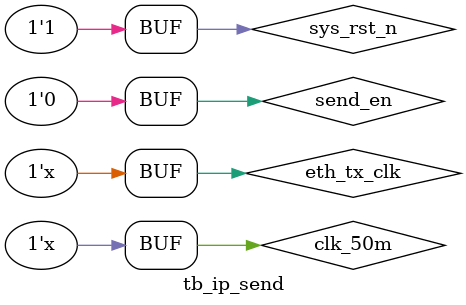
<source format=v>
`timescale  1ns/1ns

module  tb_ip_send();
//********************************************************************//
//****************** Parameter and Internal Signal *******************//
//********************************************************************//
//parameter define
//板卡MAC地址
parameter  BOARD_MAC = 48'h12_34_56_78_9A_BC;
//板卡IP地址
parameter  BOARD_IP  = {8'd169,8'd254,8'd1,8'd23};
//PC机MAC地址
parameter  DES_MAC   = 48'hff_ff_ff_ff_ff_ff;
//PC机IP地址
parameter  DES_IP    = {8'd169,8'd254,8'd191,8'd31};

//reg   define
reg             eth_tx_clk      ;   //PHY芯片发送数据时钟信号
reg             clk_50m         ;
reg             sys_rst_n       ;   //系统复位,低电平有效
reg             send_en         ;   //数据输入开始标志信号
reg     [31:0]  send_data       ;   //待发送数据
reg     [31:0]  data_mem [2:0]  ;   //data_mem是一个存储器,相当于一个ram
reg     [15:0]  cnt_data        ;   //待发送数据

//wire define
wire            send_end        ;   //单包数据发送完成标志信号
wire            read_data_req   ;   //读FIFO使能信号
wire            eth_tx_en       ;   //输出数据有效信号
wire    [3:0]   eth_tx_data     ;   //输出数据
wire            crc_en          ;   //CRC开始校验使能
wire            crc_clr         ;   //CRC复位信号
wire    [31:0]  crc_data        ;   //CRC校验数据
wire    [31:0]  crc_next        ;   //CRC下次校验完成数据

wire            en              ;
wire    [1:0]   data            ;

//********************************************************************//
//***************************** Main Code ****************************//
//********************************************************************//
//时钟、复位信号
initial
  begin
    eth_tx_clk  =   1'b1    ;
    clk_50m     =   1'b1    ;
    sys_rst_n   <=  1'b0    ;
    send_en     <=  1'b0    ;
    #200
    sys_rst_n   <=  1'b1    ;
    #100
    send_en     <=  1'b1    ;
    #50
    send_en     <=  1'b0    ;
  end

always  #20 eth_tx_clk = ~eth_tx_clk;
always  #10 clk_50m = ~clk_50m;

always @(posedge eth_tx_clk or negedge sys_rst_n)
    if(sys_rst_n == 1'b0)
        begin
            data_mem[0] <=  32'h00_00_00_00;
            data_mem[1] <=  32'h00_00_00_00;
            data_mem[2] <=  32'h00_00_00_00;
        end
    else
        begin
            data_mem[0] <=  32'h68_74_74_70;
            data_mem[1] <=  32'h3a_2f_2f_77;
            data_mem[2] <=  32'h77_77_00_00;
        end

//cnt_data:数据包字节计数器
always@(posedge eth_tx_clk or negedge sys_rst_n)
    if(sys_rst_n == 1'b0)
        cnt_data    <=  8'd0;
    else    if(read_data_req == 1'b1)
        cnt_data    <=  cnt_data + 1'b1;
    else
        cnt_data    <=  cnt_data;

//send_data:PHY芯片输入数据
always @(posedge eth_tx_clk or negedge sys_rst_n)
    if(sys_rst_n == 1'b0)
        send_data   <=  32'h0;
    else    if(read_data_req == 1'b1)
        send_data   <=  data_mem[cnt_data];

//********************************************************************//
//*************************** Instantiation **************************//
//********************************************************************//
//------------ ip_send_inst -------------
ip_send
#(
    .BOARD_MAC      (BOARD_MAC      ),  //板卡MAC地址
    .BOARD_IP       (BOARD_IP       ),  //板卡IP地址
    .DES_MAC        (DES_MAC        ),  //PC机MAC地址
    .DES_IP         (DES_IP         )   //PC机IP地址
)
ip_send_inst
(
    .sys_clk        (eth_tx_clk     ),  //时钟信号
    .sys_rst_n      (sys_rst_n      ),  //复位信号,低电平有效
    .send_en        (send_en        ),  //数据发送开始信号
    .send_data      (send_data      ),  //发送数据
    .send_data_num  (16'd10         ),  //发送数据有效字节数
    .crc_data       (crc_data       ),  //CRC校验数据
    .crc_next       (crc_next[31:28]),  //CRC下次校验完成数据

    .send_end       (send_end       ),  //单包数据发送完成标志信号
    .read_data_req  (read_data_req  ),  //读FIFO使能信号
    .eth_tx_en      (eth_tx_en      ),  //输出数据有效信号
    .eth_tx_data    (eth_tx_data    ),  //输出数据
    .crc_en         (crc_en         ),  //CRC开始校验使能
    .crc_clr        (crc_clr        )   //crc复位信号
);

//------------ crc32_d4_inst -------------
crc32_d4    crc32_d4_inst
(
    .sys_clk        (eth_tx_clk     ),  //时钟信号
    .sys_rst_n      (sys_rst_n      ),  //复位信号,低电平有效
    .data           (eth_tx_data    ),  //待校验数据
    .crc_en         (crc_en         ),  //crc使能,校验开始标志
    .crc_clr        (crc_clr        ),  //crc数据复位信号

    .crc_data       (crc_data       ),  //CRC校验数据
    .crc_next       (crc_next       )   //CRC下次校验完成数据
);

endmodule

</source>
